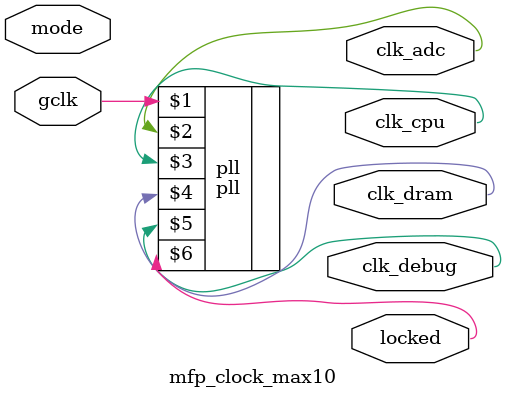
<source format=v>

module mfp_clock_max10
#(
    parameter MODE = 0,
              TOOL = ""
)(
    input        gclk,
    input  [1:0] mode,      // ignored
    output       clk_cpu,
    output       clk_adc,
    output       clk_dram,
    output       clk_debug,
    output       locked 
);
    pll pll(gclk, clk_adc, clk_cpu, clk_dram, clk_debug, locked);
endmodule

</source>
